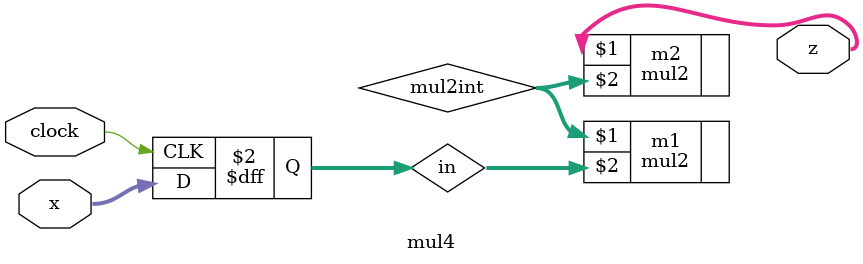
<source format=sv>
module mul4(output [N:0]z, input [N:0]x, input clock);

  parameter N=8;

  wire [N:0] mul2int;
  reg  [N:0] in;

  mul2 #(N) m1(mul2int,in);
  mul2 #(N) m2(z,mul2int);

  always @ (posedge clock)
  begin
    in<=x;
  end
endmodule // mul

</source>
